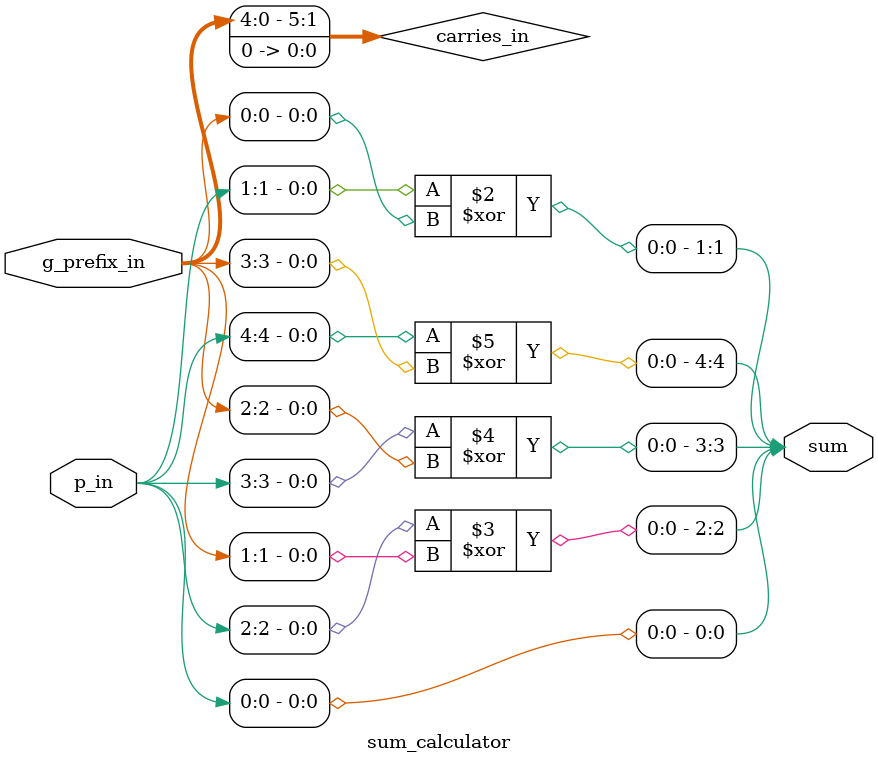
<source format=v>
module Adder_3 (
    input [3:0] A,
    input [3:0] B,
    output [4:0] sum // 4-bit sum + carry-out
);

// Internal wires to connect submodules
wire [4:0] initial_p;
wire [4:0] initial_g;
wire [4:0] final_g_prefix; // Corresponds to g_stage3_out from the Kogge-Stone prefix module

// Instantiate Input Extension and Initial GP Calculation module
// Calculates initial generate (g) and propagate (p) signals from inputs A and B
input_gp_calc u_input_gp_calc (
    .A(A),
    .B(B),
    .p(initial_p),
    .g(initial_g)
);

// Instantiate Kogge-Stone Prefix Computation module
// Computes the prefix generate signals required for carries
kogge_stone_prefix u_kogge_stone_prefix (
    .p_in(initial_p),
    .g_in(initial_g),
    .g_prefix(final_g_prefix)
);

// Instantiate Sum Calculation module
// Calculates the final sum bits based on initial propagate and prefix generate signals (carries)
sum_calculator u_sum_calculator (
    .p_in(initial_p),
    .g_prefix_in(final_g_prefix),
    .sum(sum)
);

endmodule

// This module calculates initial Generate (g) and Propagate (p) signals
// from the input operands A and B, extending them by one bit for carry logic.
module input_gp_calc (
    input [3:0] A,
    input [3:0] B,
    output [4:0] p, // Initial propagate signals (extended to 5 bits)
    output [4:0] g  // Initial generate signals (extended to 5 bits)
);

wire [4:0] a_ext;
wire [4:0] b_ext;

// Extend inputs to 5 bits by prepending a '0'
assign a_ext = {1'b0, A};
assign b_ext = {1'b0, B};

// Initial Generate (g) and Propagate (p) calculation for each bit position
// g[i] = a[i] AND b[i]
// p[i] = a[i] XOR b[i]
assign g = a_ext & b_ext;
assign p = a_ext ^ b_ext;

endmodule

// This module computes the prefix generate signals using a chained Kogge-Stone structure.
// It instantiates individual stage modules to perform the prefix calculations.
module kogge_stone_prefix (
    input [4:0] p_in, // Initial propagate signals (extended)
    input [4:0] g_in, // Initial generate signals (extended)
    output [4:0] g_prefix // Final prefix generate signals (used for carries)
);

// Intermediate GP signals between stages
wire [4:0] g_stage1_out;
wire [4:0] p_stage1_out;
wire [4:0] g_stage2_out;
wire [4:0] p_stage2_out;
wire [4:0] g_stage3_out; // Output of the final stage

// Instantiate Kogge-Stone Stage 1 (step = 1)
// Computes prefix generates/propagates with a step of 1
kogge_stone_stage1 u_stage1 (
    .p_in(p_in),
    .g_in(g_in),
    .p_out(p_stage1_out),
    .g_out(g_stage1_out)
);

// Instantiate Kogge-Stone Stage 2 (step = 2)
// Computes prefix generates/propagates with a step of 2
kogge_stone_stage2 u_stage2 (
    .p_in(p_stage1_out),
    .g_in(g_stage1_out),
    .p_out(p_stage2_out),
    .g_out(g_stage2_out)
);

// Instantiate Kogge-Stone Stage 3 (step = 4)
// Computes prefix generates/propagates with a step of 4
kogge_stone_stage3 u_stage3 (
    .p_in(p_stage2_out),
    .g_in(g_stage2_out),
    .p_out(p_stage3_out), // p_stage3_out is not used outside this module chain
    .g_out(g_stage3_out)
);

// The final prefix generate signals are the output of the last stage
assign g_prefix = g_stage3_out;

endmodule

// This module implements one stage of the Kogge-Stone prefix computation with step = 1.
// g_out[i] = g_in[i] | (p_in[i] & g_in[i-1])
// p_out[i] = p_in[i] & p_in[i-1]
// Boundary condition for i=0: g_out[0] = g_in[0], p_out[0] = p_in[0]
module kogge_stone_stage1 (
    input [4:0] p_in,
    input [4:0] g_in,
    output [4:0] p_out,
    output [4:0] g_out
);

    assign g_out[0] = g_in[0];
    assign p_out[0] = p_in[0];
    assign g_out[1] = g_in[1] | (p_in[1] & g_in[0]);
    assign p_out[1] = p_in[1] & p_in[0];
    assign g_out[2] = g_in[2] | (p_in[2] & g_in[1]);
    assign p_out[2] = p_in[2] & p_in[1];
    assign g_out[3] = g_in[3] | (p_in[3] & g_in[2]);
    assign p_out[3] = p_in[3] & p_in[2];
    assign g_out[4] = g_in[4] | (p_in[4] & g_in[3]);
    assign p_out[4] = p_in[4] & p_in[3];

endmodule

// This module implements one stage of the Kogge-Stone prefix computation with step = 2.
// g_out[i] = g_in[i] | (p_in[i] & g_in[i-2])
// p_out[i] = p_in[i] & p_in[i-2]
// Boundary conditions for i < 2: g_out[i] = g_in[i], p_out[i] = p_in[i]
module kogge_stone_stage2 (
    input [4:0] p_in,
    input [4:0] g_in,
    output [4:0] p_out,
    output [4:0] g_out
);

    assign g_out[0] = g_in[0];
    assign p_out[0] = p_in[0];
    assign g_out[1] = g_in[1];
    assign p_out[1] = p_in[1];
    assign g_out[2] = g_in[2] | (p_in[2] & g_in[0]); // Index 2-2 = 0
    assign p_out[2] = p_in[2] & p_in[0];
    assign g_out[3] = g_in[3] | (p_in[3] & g_in[1]); // Index 3-2 = 1
    assign p_out[3] = p_in[3] & p_in[1];
    assign g_out[4] = g_in[4] | (p_in[4] & g_in[2]); // Index 4-2 = 2
    assign p_out[4] = p_in[4] & p_in[2];

endmodule

// This module implements one stage of the Kogge-Stone prefix computation with step = 4.
// g_out[i] = g_in[i] | (p_in[i] & g_in[i-4])
// p_out[i] = p_in[i] & p_in[i-4]
// Boundary conditions for i < 4: g_out[i] = g_in[i], p_out[i] = p_in[i]
module kogge_stone_stage3 (
    input [4:0] p_in,
    input [4:0] g_in,
    output [4:0] p_out,
    output [4:0] g_out
);

    assign g_out[0] = g_in[0];
    assign p_out[0] = p_in[0];
    assign g_out[1] = g_in[1];
    assign p_out[1] = p_in[1];
    assign g_out[2] = g_in[2];
    assign p_out[2] = p_in[2];
    assign g_out[3] = g_in[3];
    assign p_out[3] = p_in[3];
    assign g_out[4] = g_in[4] | (p_in[4] & g_in[0]); // Index 4-4 = 0
    assign p_out[4] = p_in[4] & p_in[0];

endmodule

// This module calculates the final sum bits based on initial propagate signals and carries.
// The carries are derived from the prefix generate signals computed by the Kogge-Stone logic.
module sum_calculator (
    input [4:0] p_in,       // Initial propagate signals (extended)
    input [4:0] g_prefix_in, // Final prefix generate signals (from Kogge-Stone, G_i)
    output [4:0] sum         // Final sum bits (sum[0..3] are sum, sum[4] is carry-out)
);

// Carries into each bit position (carries_in[0] is the global carry_in)
// C_i = G_{i-1} | (P_{i-1} & C_{i-1})
// With global carry_in = 0, C_i = G_{i-1}
// carries_in[i] represents the carry into bit position i
wire [5:0] carries_in;

// Calculate carries into each bit position
// carries_in[0] is the carry into bit 0 (global carry-in)
// carries_in[i+1] is the carry into bit i+1, which is the prefix generate G_i
assign carries_in[0] = 1'b0; // Global carry-in is 0 for simple addition
assign carries_in[1] = g_prefix_in[0]; // Carry into bit 1 is G_0
assign carries_in[2] = g_prefix_in[1]; // Carry into bit 2 is G_1
assign carries_in[3] = g_prefix_in[2]; // Carry into bit 3 is G_2
assign carries_in[4] = g_prefix_in[3]; // Carry into bit 4 is G_3
assign carries_in[5] = g_prefix_in[4]; // Carry into bit 5 (carry-out) is G_4

// Calculate sum bits
// sum[i] = p_in[i] XOR carries_in[i]
assign sum[0] = p_in[0] ^ carries_in[0];
assign sum[1] = p_in[1] ^ carries_in[1];
assign sum[2] = p_in[2] ^ carries_in[2];
assign sum[3] = p_in[3] ^ carries_in[3];
assign sum[4] = p_in[4] ^ carries_in[4]; // This calculates the carry-out as the 5th bit of the sum vector

endmodule
</source>
